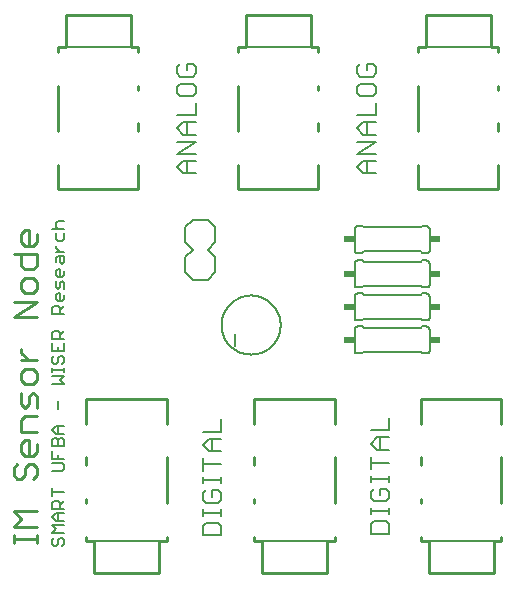
<source format=gto>
G75*
%MOIN*%
%OFA0B0*%
%FSLAX25Y25*%
%IPPOS*%
%LPD*%
%AMOC8*
5,1,8,0,0,1.08239X$1,22.5*
%
%ADD10C,0.00900*%
%ADD11C,0.00800*%
%ADD12C,0.00500*%
%ADD13C,0.01000*%
%ADD14C,0.00600*%
%ADD15R,0.03400X0.02400*%
D10*
X0022343Y0047383D02*
X0022343Y0049952D01*
X0022343Y0048667D02*
X0030050Y0048667D01*
X0030050Y0047383D02*
X0030050Y0049952D01*
X0030050Y0052662D02*
X0022343Y0052662D01*
X0024912Y0055231D01*
X0022343Y0057800D01*
X0030050Y0057800D01*
X0028766Y0068500D02*
X0030050Y0069784D01*
X0030050Y0072353D01*
X0028766Y0073637D01*
X0027481Y0073637D01*
X0026197Y0072353D01*
X0026197Y0069784D01*
X0024912Y0068500D01*
X0023628Y0068500D01*
X0022343Y0069784D01*
X0022343Y0072353D01*
X0023628Y0073637D01*
X0026197Y0076419D02*
X0024912Y0077703D01*
X0024912Y0080272D01*
X0026197Y0081556D01*
X0027481Y0081556D01*
X0027481Y0076419D01*
X0026197Y0076419D02*
X0028766Y0076419D01*
X0030050Y0077703D01*
X0030050Y0080272D01*
X0030050Y0084337D02*
X0024912Y0084337D01*
X0024912Y0088191D01*
X0026197Y0089475D01*
X0030050Y0089475D01*
X0030050Y0092256D02*
X0030050Y0096109D01*
X0028766Y0097394D01*
X0027481Y0096109D01*
X0027481Y0093540D01*
X0026197Y0092256D01*
X0024912Y0093540D01*
X0024912Y0097394D01*
X0026197Y0100175D02*
X0028766Y0100175D01*
X0030050Y0101459D01*
X0030050Y0104028D01*
X0028766Y0105313D01*
X0026197Y0105313D01*
X0024912Y0104028D01*
X0024912Y0101459D01*
X0026197Y0100175D01*
X0027481Y0108094D02*
X0024912Y0110662D01*
X0024912Y0111947D01*
X0024912Y0108094D02*
X0030050Y0108094D01*
X0030050Y0122611D02*
X0022343Y0122611D01*
X0030050Y0127749D01*
X0022343Y0127749D01*
X0026197Y0130530D02*
X0028766Y0130530D01*
X0030050Y0131814D01*
X0030050Y0134383D01*
X0028766Y0135668D01*
X0026197Y0135668D01*
X0024912Y0134383D01*
X0024912Y0131814D01*
X0026197Y0130530D01*
X0026197Y0138449D02*
X0024912Y0139733D01*
X0024912Y0143587D01*
X0022343Y0143587D02*
X0030050Y0143587D01*
X0030050Y0139733D01*
X0028766Y0138449D01*
X0026197Y0138449D01*
X0026197Y0146368D02*
X0024912Y0147652D01*
X0024912Y0150221D01*
X0026197Y0151505D01*
X0027481Y0151505D01*
X0027481Y0146368D01*
X0026197Y0146368D02*
X0028766Y0146368D01*
X0030050Y0147652D01*
X0030050Y0150221D01*
D11*
X0076895Y0172565D02*
X0078963Y0174633D01*
X0083100Y0174633D01*
X0083100Y0176942D02*
X0076895Y0176942D01*
X0083100Y0181079D01*
X0076895Y0181079D01*
X0078963Y0183388D02*
X0076895Y0185456D01*
X0078963Y0187524D01*
X0083100Y0187524D01*
X0083100Y0189833D02*
X0083100Y0193970D01*
X0082066Y0196279D02*
X0083100Y0197313D01*
X0083100Y0199381D01*
X0082066Y0200415D01*
X0077929Y0200415D01*
X0076895Y0199381D01*
X0076895Y0197313D01*
X0077929Y0196279D01*
X0082066Y0196279D01*
X0082066Y0202724D02*
X0077929Y0202724D01*
X0076895Y0203758D01*
X0076895Y0205827D01*
X0077929Y0206861D01*
X0079997Y0206861D02*
X0079997Y0204792D01*
X0079997Y0206861D02*
X0082066Y0206861D01*
X0083100Y0205827D01*
X0083100Y0203758D01*
X0082066Y0202724D01*
X0083100Y0189833D02*
X0076895Y0189833D01*
X0079997Y0187524D02*
X0079997Y0183388D01*
X0078963Y0183388D02*
X0083100Y0183388D01*
X0079997Y0174633D02*
X0079997Y0170497D01*
X0078963Y0170497D02*
X0076895Y0172565D01*
X0078963Y0170497D02*
X0083100Y0170497D01*
X0082000Y0154933D02*
X0087000Y0154933D01*
X0089500Y0152433D01*
X0089500Y0147433D01*
X0087000Y0144933D01*
X0089500Y0142433D01*
X0089500Y0137433D01*
X0087000Y0134933D01*
X0082000Y0134933D01*
X0079500Y0137433D01*
X0079500Y0142433D01*
X0082000Y0144933D01*
X0079500Y0147433D01*
X0079500Y0152433D01*
X0082000Y0154933D01*
X0091657Y0119933D02*
X0091660Y0120175D01*
X0091669Y0120416D01*
X0091684Y0120657D01*
X0091704Y0120898D01*
X0091731Y0121138D01*
X0091764Y0121377D01*
X0091802Y0121616D01*
X0091846Y0121853D01*
X0091896Y0122090D01*
X0091952Y0122325D01*
X0092014Y0122558D01*
X0092081Y0122790D01*
X0092154Y0123021D01*
X0092232Y0123249D01*
X0092317Y0123475D01*
X0092406Y0123700D01*
X0092501Y0123922D01*
X0092602Y0124141D01*
X0092708Y0124359D01*
X0092819Y0124573D01*
X0092936Y0124785D01*
X0093057Y0124993D01*
X0093184Y0125199D01*
X0093316Y0125401D01*
X0093453Y0125601D01*
X0093594Y0125796D01*
X0093740Y0125989D01*
X0093891Y0126177D01*
X0094047Y0126362D01*
X0094207Y0126543D01*
X0094371Y0126720D01*
X0094540Y0126893D01*
X0094713Y0127062D01*
X0094890Y0127226D01*
X0095071Y0127386D01*
X0095256Y0127542D01*
X0095444Y0127693D01*
X0095637Y0127839D01*
X0095832Y0127980D01*
X0096032Y0128117D01*
X0096234Y0128249D01*
X0096440Y0128376D01*
X0096648Y0128497D01*
X0096860Y0128614D01*
X0097074Y0128725D01*
X0097292Y0128831D01*
X0097511Y0128932D01*
X0097733Y0129027D01*
X0097958Y0129116D01*
X0098184Y0129201D01*
X0098412Y0129279D01*
X0098643Y0129352D01*
X0098875Y0129419D01*
X0099108Y0129481D01*
X0099343Y0129537D01*
X0099580Y0129587D01*
X0099817Y0129631D01*
X0100056Y0129669D01*
X0100295Y0129702D01*
X0100535Y0129729D01*
X0100776Y0129749D01*
X0101017Y0129764D01*
X0101258Y0129773D01*
X0101500Y0129776D01*
X0101742Y0129773D01*
X0101983Y0129764D01*
X0102224Y0129749D01*
X0102465Y0129729D01*
X0102705Y0129702D01*
X0102944Y0129669D01*
X0103183Y0129631D01*
X0103420Y0129587D01*
X0103657Y0129537D01*
X0103892Y0129481D01*
X0104125Y0129419D01*
X0104357Y0129352D01*
X0104588Y0129279D01*
X0104816Y0129201D01*
X0105042Y0129116D01*
X0105267Y0129027D01*
X0105489Y0128932D01*
X0105708Y0128831D01*
X0105926Y0128725D01*
X0106140Y0128614D01*
X0106352Y0128497D01*
X0106560Y0128376D01*
X0106766Y0128249D01*
X0106968Y0128117D01*
X0107168Y0127980D01*
X0107363Y0127839D01*
X0107556Y0127693D01*
X0107744Y0127542D01*
X0107929Y0127386D01*
X0108110Y0127226D01*
X0108287Y0127062D01*
X0108460Y0126893D01*
X0108629Y0126720D01*
X0108793Y0126543D01*
X0108953Y0126362D01*
X0109109Y0126177D01*
X0109260Y0125989D01*
X0109406Y0125796D01*
X0109547Y0125601D01*
X0109684Y0125401D01*
X0109816Y0125199D01*
X0109943Y0124993D01*
X0110064Y0124785D01*
X0110181Y0124573D01*
X0110292Y0124359D01*
X0110398Y0124141D01*
X0110499Y0123922D01*
X0110594Y0123700D01*
X0110683Y0123475D01*
X0110768Y0123249D01*
X0110846Y0123021D01*
X0110919Y0122790D01*
X0110986Y0122558D01*
X0111048Y0122325D01*
X0111104Y0122090D01*
X0111154Y0121853D01*
X0111198Y0121616D01*
X0111236Y0121377D01*
X0111269Y0121138D01*
X0111296Y0120898D01*
X0111316Y0120657D01*
X0111331Y0120416D01*
X0111340Y0120175D01*
X0111343Y0119933D01*
X0111340Y0119691D01*
X0111331Y0119450D01*
X0111316Y0119209D01*
X0111296Y0118968D01*
X0111269Y0118728D01*
X0111236Y0118489D01*
X0111198Y0118250D01*
X0111154Y0118013D01*
X0111104Y0117776D01*
X0111048Y0117541D01*
X0110986Y0117308D01*
X0110919Y0117076D01*
X0110846Y0116845D01*
X0110768Y0116617D01*
X0110683Y0116391D01*
X0110594Y0116166D01*
X0110499Y0115944D01*
X0110398Y0115725D01*
X0110292Y0115507D01*
X0110181Y0115293D01*
X0110064Y0115081D01*
X0109943Y0114873D01*
X0109816Y0114667D01*
X0109684Y0114465D01*
X0109547Y0114265D01*
X0109406Y0114070D01*
X0109260Y0113877D01*
X0109109Y0113689D01*
X0108953Y0113504D01*
X0108793Y0113323D01*
X0108629Y0113146D01*
X0108460Y0112973D01*
X0108287Y0112804D01*
X0108110Y0112640D01*
X0107929Y0112480D01*
X0107744Y0112324D01*
X0107556Y0112173D01*
X0107363Y0112027D01*
X0107168Y0111886D01*
X0106968Y0111749D01*
X0106766Y0111617D01*
X0106560Y0111490D01*
X0106352Y0111369D01*
X0106140Y0111252D01*
X0105926Y0111141D01*
X0105708Y0111035D01*
X0105489Y0110934D01*
X0105267Y0110839D01*
X0105042Y0110750D01*
X0104816Y0110665D01*
X0104588Y0110587D01*
X0104357Y0110514D01*
X0104125Y0110447D01*
X0103892Y0110385D01*
X0103657Y0110329D01*
X0103420Y0110279D01*
X0103183Y0110235D01*
X0102944Y0110197D01*
X0102705Y0110164D01*
X0102465Y0110137D01*
X0102224Y0110117D01*
X0101983Y0110102D01*
X0101742Y0110093D01*
X0101500Y0110090D01*
X0101258Y0110093D01*
X0101017Y0110102D01*
X0100776Y0110117D01*
X0100535Y0110137D01*
X0100295Y0110164D01*
X0100056Y0110197D01*
X0099817Y0110235D01*
X0099580Y0110279D01*
X0099343Y0110329D01*
X0099108Y0110385D01*
X0098875Y0110447D01*
X0098643Y0110514D01*
X0098412Y0110587D01*
X0098184Y0110665D01*
X0097958Y0110750D01*
X0097733Y0110839D01*
X0097511Y0110934D01*
X0097292Y0111035D01*
X0097074Y0111141D01*
X0096860Y0111252D01*
X0096648Y0111369D01*
X0096440Y0111490D01*
X0096234Y0111617D01*
X0096032Y0111749D01*
X0095832Y0111886D01*
X0095637Y0112027D01*
X0095444Y0112173D01*
X0095256Y0112324D01*
X0095071Y0112480D01*
X0094890Y0112640D01*
X0094713Y0112804D01*
X0094540Y0112973D01*
X0094371Y0113146D01*
X0094207Y0113323D01*
X0094047Y0113504D01*
X0093891Y0113689D01*
X0093740Y0113877D01*
X0093594Y0114070D01*
X0093453Y0114265D01*
X0093316Y0114465D01*
X0093184Y0114667D01*
X0093057Y0114873D01*
X0092936Y0115081D01*
X0092819Y0115293D01*
X0092708Y0115507D01*
X0092602Y0115725D01*
X0092501Y0115944D01*
X0092406Y0116166D01*
X0092317Y0116391D01*
X0092232Y0116617D01*
X0092154Y0116845D01*
X0092081Y0117076D01*
X0092014Y0117308D01*
X0091952Y0117541D01*
X0091896Y0117776D01*
X0091846Y0118013D01*
X0091802Y0118250D01*
X0091764Y0118489D01*
X0091731Y0118728D01*
X0091704Y0118968D01*
X0091684Y0119209D01*
X0091669Y0119450D01*
X0091660Y0119691D01*
X0091657Y0119933D01*
X0096000Y0116933D02*
X0096000Y0112933D01*
X0091600Y0088435D02*
X0091600Y0084298D01*
X0085395Y0084298D01*
X0087463Y0081990D02*
X0091600Y0081990D01*
X0088497Y0081990D02*
X0088497Y0077853D01*
X0087463Y0077853D02*
X0085395Y0079921D01*
X0087463Y0081990D01*
X0087463Y0077853D02*
X0091600Y0077853D01*
X0091600Y0073476D02*
X0085395Y0073476D01*
X0085395Y0075544D02*
X0085395Y0071407D01*
X0085395Y0069179D02*
X0085395Y0067110D01*
X0085395Y0068145D02*
X0091600Y0068145D01*
X0091600Y0069179D02*
X0091600Y0067110D01*
X0090566Y0064802D02*
X0088497Y0064802D01*
X0088497Y0062733D01*
X0086429Y0060665D02*
X0090566Y0060665D01*
X0091600Y0061699D01*
X0091600Y0063767D01*
X0090566Y0064802D01*
X0086429Y0064802D02*
X0085395Y0063767D01*
X0085395Y0061699D01*
X0086429Y0060665D01*
X0085395Y0058436D02*
X0085395Y0056368D01*
X0085395Y0057402D02*
X0091600Y0057402D01*
X0091600Y0056368D02*
X0091600Y0058436D01*
X0090566Y0054059D02*
X0086429Y0054059D01*
X0085395Y0053025D01*
X0085395Y0049922D01*
X0091600Y0049922D01*
X0091600Y0053025D01*
X0090566Y0054059D01*
X0141395Y0053525D02*
X0141395Y0050422D01*
X0147600Y0050422D01*
X0147600Y0053525D01*
X0146566Y0054559D01*
X0142429Y0054559D01*
X0141395Y0053525D01*
X0141395Y0056868D02*
X0141395Y0058936D01*
X0141395Y0057902D02*
X0147600Y0057902D01*
X0147600Y0056868D02*
X0147600Y0058936D01*
X0146566Y0061165D02*
X0147600Y0062199D01*
X0147600Y0064267D01*
X0146566Y0065302D01*
X0144497Y0065302D01*
X0144497Y0063233D01*
X0142429Y0061165D02*
X0146566Y0061165D01*
X0142429Y0061165D02*
X0141395Y0062199D01*
X0141395Y0064267D01*
X0142429Y0065302D01*
X0141395Y0067610D02*
X0141395Y0069679D01*
X0141395Y0068645D02*
X0147600Y0068645D01*
X0147600Y0069679D02*
X0147600Y0067610D01*
X0141395Y0071907D02*
X0141395Y0076044D01*
X0141395Y0073976D02*
X0147600Y0073976D01*
X0147600Y0078353D02*
X0143463Y0078353D01*
X0141395Y0080421D01*
X0143463Y0082490D01*
X0147600Y0082490D01*
X0147600Y0084798D02*
X0147600Y0088935D01*
X0147600Y0084798D02*
X0141395Y0084798D01*
X0144497Y0082490D02*
X0144497Y0078353D01*
X0143100Y0170497D02*
X0138963Y0170497D01*
X0136895Y0172565D01*
X0138963Y0174633D01*
X0143100Y0174633D01*
X0143100Y0176942D02*
X0136895Y0176942D01*
X0143100Y0181079D01*
X0136895Y0181079D01*
X0138963Y0183388D02*
X0136895Y0185456D01*
X0138963Y0187524D01*
X0143100Y0187524D01*
X0143100Y0189833D02*
X0143100Y0193970D01*
X0142066Y0196279D02*
X0143100Y0197313D01*
X0143100Y0199381D01*
X0142066Y0200415D01*
X0137929Y0200415D01*
X0136895Y0199381D01*
X0136895Y0197313D01*
X0137929Y0196279D01*
X0142066Y0196279D01*
X0142066Y0202724D02*
X0137929Y0202724D01*
X0136895Y0203758D01*
X0136895Y0205827D01*
X0137929Y0206861D01*
X0139997Y0206861D02*
X0139997Y0204792D01*
X0139997Y0206861D02*
X0142066Y0206861D01*
X0143100Y0205827D01*
X0143100Y0203758D01*
X0142066Y0202724D01*
X0143100Y0189833D02*
X0136895Y0189833D01*
X0139997Y0187524D02*
X0139997Y0183388D01*
X0138963Y0183388D02*
X0143100Y0183388D01*
X0139997Y0174633D02*
X0139997Y0170497D01*
D12*
X0036331Y0046281D02*
X0035664Y0046281D01*
X0034997Y0046948D01*
X0034997Y0048283D01*
X0035664Y0048950D01*
X0036998Y0048283D02*
X0037666Y0048950D01*
X0038333Y0048950D01*
X0039000Y0048283D01*
X0039000Y0046948D01*
X0038333Y0046281D01*
X0036998Y0046948D02*
X0036998Y0048283D01*
X0036998Y0046948D02*
X0036331Y0046281D01*
X0034997Y0050425D02*
X0036331Y0051759D01*
X0034997Y0053094D01*
X0039000Y0053094D01*
X0039000Y0054568D02*
X0036331Y0054568D01*
X0034997Y0055903D01*
X0036331Y0057237D01*
X0039000Y0057237D01*
X0039000Y0058712D02*
X0034997Y0058712D01*
X0034997Y0060713D01*
X0035664Y0061381D01*
X0036998Y0061381D01*
X0037666Y0060713D01*
X0037666Y0058712D01*
X0037666Y0060046D02*
X0039000Y0061381D01*
X0039000Y0064190D02*
X0034997Y0064190D01*
X0034997Y0065524D02*
X0034997Y0062855D01*
X0036998Y0057237D02*
X0036998Y0054568D01*
X0034997Y0050425D02*
X0039000Y0050425D01*
X0049173Y0047933D02*
X0070827Y0047933D01*
X0039000Y0071810D02*
X0039000Y0073144D01*
X0038333Y0073811D01*
X0034997Y0073811D01*
X0034997Y0075286D02*
X0034997Y0077955D01*
X0034997Y0079429D02*
X0034997Y0081431D01*
X0035664Y0082098D01*
X0036331Y0082098D01*
X0036998Y0081431D01*
X0036998Y0079429D01*
X0034997Y0079429D02*
X0039000Y0079429D01*
X0039000Y0081431D01*
X0038333Y0082098D01*
X0037666Y0082098D01*
X0036998Y0081431D01*
X0036998Y0083573D02*
X0036998Y0086242D01*
X0036331Y0086242D02*
X0039000Y0086242D01*
X0036331Y0086242D02*
X0034997Y0084907D01*
X0036331Y0083573D01*
X0039000Y0083573D01*
X0036998Y0076620D02*
X0036998Y0075286D01*
X0034997Y0075286D02*
X0039000Y0075286D01*
X0039000Y0071810D02*
X0038333Y0071142D01*
X0034997Y0071142D01*
X0036998Y0091860D02*
X0036998Y0094529D01*
X0034997Y0100147D02*
X0039000Y0100147D01*
X0037666Y0101482D01*
X0039000Y0102816D01*
X0034997Y0102816D01*
X0034997Y0104291D02*
X0034997Y0105625D01*
X0034997Y0104958D02*
X0039000Y0104958D01*
X0039000Y0104291D02*
X0039000Y0105625D01*
X0038333Y0107053D02*
X0039000Y0107720D01*
X0039000Y0109055D01*
X0038333Y0109722D01*
X0037666Y0109722D01*
X0036998Y0109055D01*
X0036998Y0107720D01*
X0036331Y0107053D01*
X0035664Y0107053D01*
X0034997Y0107720D01*
X0034997Y0109055D01*
X0035664Y0109722D01*
X0034997Y0111197D02*
X0039000Y0111197D01*
X0039000Y0113866D01*
X0039000Y0115340D02*
X0034997Y0115340D01*
X0034997Y0117342D01*
X0035664Y0118009D01*
X0036998Y0118009D01*
X0037666Y0117342D01*
X0037666Y0115340D01*
X0037666Y0116675D02*
X0039000Y0118009D01*
X0039000Y0123627D02*
X0034997Y0123627D01*
X0034997Y0125629D01*
X0035664Y0126296D01*
X0036998Y0126296D01*
X0037666Y0125629D01*
X0037666Y0123627D01*
X0037666Y0124962D02*
X0039000Y0126296D01*
X0038333Y0127771D02*
X0036998Y0127771D01*
X0036331Y0128438D01*
X0036331Y0129772D01*
X0036998Y0130440D01*
X0037666Y0130440D01*
X0037666Y0127771D01*
X0038333Y0127771D02*
X0039000Y0128438D01*
X0039000Y0129772D01*
X0039000Y0131914D02*
X0039000Y0133916D01*
X0038333Y0134583D01*
X0037666Y0133916D01*
X0037666Y0132582D01*
X0036998Y0131914D01*
X0036331Y0132582D01*
X0036331Y0134583D01*
X0036998Y0136058D02*
X0036331Y0136725D01*
X0036331Y0138060D01*
X0036998Y0138727D01*
X0037666Y0138727D01*
X0037666Y0136058D01*
X0038333Y0136058D02*
X0036998Y0136058D01*
X0038333Y0136058D02*
X0039000Y0136725D01*
X0039000Y0138060D01*
X0038333Y0140201D02*
X0037666Y0140869D01*
X0037666Y0142870D01*
X0036998Y0142870D02*
X0039000Y0142870D01*
X0039000Y0140869D01*
X0038333Y0140201D01*
X0036331Y0140869D02*
X0036331Y0142203D01*
X0036998Y0142870D01*
X0036331Y0144345D02*
X0039000Y0144345D01*
X0037666Y0144345D02*
X0036331Y0145679D01*
X0036331Y0146347D01*
X0036998Y0147798D02*
X0038333Y0147798D01*
X0039000Y0148465D01*
X0039000Y0150467D01*
X0039000Y0151941D02*
X0034997Y0151941D01*
X0036331Y0152609D02*
X0036331Y0153943D01*
X0036998Y0154610D01*
X0039000Y0154610D01*
X0036331Y0152609D02*
X0036998Y0151941D01*
X0036331Y0150467D02*
X0036331Y0148465D01*
X0036998Y0147798D01*
X0034997Y0113866D02*
X0034997Y0111197D01*
X0036998Y0111197D02*
X0036998Y0112531D01*
X0105173Y0047933D02*
X0126827Y0047933D01*
X0160673Y0047933D02*
X0182327Y0047933D01*
X0181327Y0212433D02*
X0159673Y0212433D01*
X0121327Y0212433D02*
X0099673Y0212433D01*
X0061327Y0212433D02*
X0039673Y0212433D01*
D13*
X0037114Y0212433D01*
X0037114Y0210965D01*
X0039673Y0212433D02*
X0039673Y0223260D01*
X0061327Y0223260D01*
X0061327Y0212433D01*
X0063886Y0212433D01*
X0063886Y0210965D01*
X0063886Y0199728D02*
X0063886Y0198366D01*
X0063886Y0187130D02*
X0063886Y0184587D01*
X0063886Y0173350D02*
X0063886Y0165189D01*
X0037114Y0165189D01*
X0037114Y0173350D01*
X0037114Y0184587D02*
X0037114Y0199728D01*
X0097114Y0199728D02*
X0097114Y0184587D01*
X0097114Y0173350D02*
X0097114Y0165189D01*
X0123886Y0165189D01*
X0123886Y0173350D01*
X0123886Y0184587D02*
X0123886Y0187130D01*
X0123886Y0198366D02*
X0123886Y0199728D01*
X0123886Y0210965D02*
X0123886Y0212433D01*
X0121327Y0212433D01*
X0121327Y0223260D01*
X0099673Y0223260D01*
X0099673Y0212433D01*
X0097114Y0212433D01*
X0097114Y0210965D01*
X0157114Y0210965D02*
X0157114Y0212433D01*
X0159673Y0212433D01*
X0159673Y0223260D01*
X0181327Y0223260D01*
X0181327Y0212433D01*
X0183886Y0212433D01*
X0183886Y0210965D01*
X0183886Y0199728D02*
X0183886Y0198366D01*
X0183886Y0187130D02*
X0183886Y0184587D01*
X0183886Y0173350D02*
X0183886Y0165189D01*
X0157114Y0165189D01*
X0157114Y0173350D01*
X0157114Y0184587D02*
X0157114Y0199728D01*
X0158114Y0095177D02*
X0158114Y0087016D01*
X0158114Y0095177D02*
X0184886Y0095177D01*
X0184886Y0087016D01*
X0184886Y0075780D02*
X0184886Y0060638D01*
X0184886Y0049402D02*
X0184886Y0047933D01*
X0182327Y0047933D01*
X0182327Y0037106D01*
X0160673Y0037106D01*
X0160673Y0047933D01*
X0158114Y0047933D01*
X0158114Y0049402D01*
X0158114Y0060638D02*
X0158114Y0062000D01*
X0158114Y0073236D02*
X0158114Y0075780D01*
X0129386Y0075780D02*
X0129386Y0060638D01*
X0129386Y0049402D02*
X0129386Y0047933D01*
X0126827Y0047933D01*
X0126827Y0037106D01*
X0105173Y0037106D01*
X0105173Y0047933D01*
X0102614Y0047933D01*
X0102614Y0049402D01*
X0102614Y0060638D02*
X0102614Y0062000D01*
X0102614Y0073236D02*
X0102614Y0075780D01*
X0102614Y0087016D02*
X0102614Y0095177D01*
X0129386Y0095177D01*
X0129386Y0087016D01*
X0073386Y0087016D02*
X0073386Y0095177D01*
X0046614Y0095177D01*
X0046614Y0087016D01*
X0046614Y0075780D02*
X0046614Y0073236D01*
X0046614Y0062000D02*
X0046614Y0060638D01*
X0046614Y0049402D02*
X0046614Y0047933D01*
X0049173Y0047933D01*
X0049173Y0037106D01*
X0070827Y0037106D01*
X0070827Y0047933D01*
X0073386Y0047933D01*
X0073386Y0049402D01*
X0073386Y0060638D02*
X0073386Y0075780D01*
D14*
X0136000Y0111433D02*
X0136000Y0118433D01*
X0136002Y0118493D01*
X0136007Y0118554D01*
X0136016Y0118613D01*
X0136029Y0118672D01*
X0136045Y0118731D01*
X0136065Y0118788D01*
X0136088Y0118843D01*
X0136115Y0118898D01*
X0136144Y0118950D01*
X0136177Y0119001D01*
X0136213Y0119050D01*
X0136251Y0119096D01*
X0136293Y0119140D01*
X0136337Y0119182D01*
X0136383Y0119220D01*
X0136432Y0119256D01*
X0136483Y0119289D01*
X0136535Y0119318D01*
X0136590Y0119345D01*
X0136645Y0119368D01*
X0136702Y0119388D01*
X0136761Y0119404D01*
X0136820Y0119417D01*
X0136879Y0119426D01*
X0136940Y0119431D01*
X0137000Y0119433D01*
X0138500Y0119433D01*
X0139000Y0118933D01*
X0158000Y0118933D01*
X0158500Y0119433D01*
X0160000Y0119433D01*
X0160060Y0119431D01*
X0160121Y0119426D01*
X0160180Y0119417D01*
X0160239Y0119404D01*
X0160298Y0119388D01*
X0160355Y0119368D01*
X0160410Y0119345D01*
X0160465Y0119318D01*
X0160517Y0119289D01*
X0160568Y0119256D01*
X0160617Y0119220D01*
X0160663Y0119182D01*
X0160707Y0119140D01*
X0160749Y0119096D01*
X0160787Y0119050D01*
X0160823Y0119001D01*
X0160856Y0118950D01*
X0160885Y0118898D01*
X0160912Y0118843D01*
X0160935Y0118788D01*
X0160955Y0118731D01*
X0160971Y0118672D01*
X0160984Y0118613D01*
X0160993Y0118554D01*
X0160998Y0118493D01*
X0161000Y0118433D01*
X0161000Y0111433D01*
X0160998Y0111373D01*
X0160993Y0111312D01*
X0160984Y0111253D01*
X0160971Y0111194D01*
X0160955Y0111135D01*
X0160935Y0111078D01*
X0160912Y0111023D01*
X0160885Y0110968D01*
X0160856Y0110916D01*
X0160823Y0110865D01*
X0160787Y0110816D01*
X0160749Y0110770D01*
X0160707Y0110726D01*
X0160663Y0110684D01*
X0160617Y0110646D01*
X0160568Y0110610D01*
X0160517Y0110577D01*
X0160465Y0110548D01*
X0160410Y0110521D01*
X0160355Y0110498D01*
X0160298Y0110478D01*
X0160239Y0110462D01*
X0160180Y0110449D01*
X0160121Y0110440D01*
X0160060Y0110435D01*
X0160000Y0110433D01*
X0158500Y0110433D01*
X0158000Y0110933D01*
X0139000Y0110933D01*
X0138500Y0110433D01*
X0137000Y0110433D01*
X0136940Y0110435D01*
X0136879Y0110440D01*
X0136820Y0110449D01*
X0136761Y0110462D01*
X0136702Y0110478D01*
X0136645Y0110498D01*
X0136590Y0110521D01*
X0136535Y0110548D01*
X0136483Y0110577D01*
X0136432Y0110610D01*
X0136383Y0110646D01*
X0136337Y0110684D01*
X0136293Y0110726D01*
X0136251Y0110770D01*
X0136213Y0110816D01*
X0136177Y0110865D01*
X0136144Y0110916D01*
X0136115Y0110968D01*
X0136088Y0111023D01*
X0136065Y0111078D01*
X0136045Y0111135D01*
X0136029Y0111194D01*
X0136016Y0111253D01*
X0136007Y0111312D01*
X0136002Y0111373D01*
X0136000Y0111433D01*
X0137000Y0121433D02*
X0138500Y0121433D01*
X0139000Y0121933D01*
X0158000Y0121933D01*
X0158500Y0121433D01*
X0160000Y0121433D01*
X0160060Y0121435D01*
X0160121Y0121440D01*
X0160180Y0121449D01*
X0160239Y0121462D01*
X0160298Y0121478D01*
X0160355Y0121498D01*
X0160410Y0121521D01*
X0160465Y0121548D01*
X0160517Y0121577D01*
X0160568Y0121610D01*
X0160617Y0121646D01*
X0160663Y0121684D01*
X0160707Y0121726D01*
X0160749Y0121770D01*
X0160787Y0121816D01*
X0160823Y0121865D01*
X0160856Y0121916D01*
X0160885Y0121968D01*
X0160912Y0122023D01*
X0160935Y0122078D01*
X0160955Y0122135D01*
X0160971Y0122194D01*
X0160984Y0122253D01*
X0160993Y0122312D01*
X0160998Y0122373D01*
X0161000Y0122433D01*
X0161000Y0129433D01*
X0160998Y0129493D01*
X0160993Y0129554D01*
X0160984Y0129613D01*
X0160971Y0129672D01*
X0160955Y0129731D01*
X0160935Y0129788D01*
X0160912Y0129843D01*
X0160885Y0129898D01*
X0160856Y0129950D01*
X0160823Y0130001D01*
X0160787Y0130050D01*
X0160749Y0130096D01*
X0160707Y0130140D01*
X0160663Y0130182D01*
X0160617Y0130220D01*
X0160568Y0130256D01*
X0160517Y0130289D01*
X0160465Y0130318D01*
X0160410Y0130345D01*
X0160355Y0130368D01*
X0160298Y0130388D01*
X0160239Y0130404D01*
X0160180Y0130417D01*
X0160121Y0130426D01*
X0160060Y0130431D01*
X0160000Y0130433D01*
X0158500Y0130433D01*
X0158000Y0129933D01*
X0139000Y0129933D01*
X0138500Y0130433D01*
X0137000Y0130433D01*
X0136940Y0130431D01*
X0136879Y0130426D01*
X0136820Y0130417D01*
X0136761Y0130404D01*
X0136702Y0130388D01*
X0136645Y0130368D01*
X0136590Y0130345D01*
X0136535Y0130318D01*
X0136483Y0130289D01*
X0136432Y0130256D01*
X0136383Y0130220D01*
X0136337Y0130182D01*
X0136293Y0130140D01*
X0136251Y0130096D01*
X0136213Y0130050D01*
X0136177Y0130001D01*
X0136144Y0129950D01*
X0136115Y0129898D01*
X0136088Y0129843D01*
X0136065Y0129788D01*
X0136045Y0129731D01*
X0136029Y0129672D01*
X0136016Y0129613D01*
X0136007Y0129554D01*
X0136002Y0129493D01*
X0136000Y0129433D01*
X0136000Y0122433D01*
X0136002Y0122373D01*
X0136007Y0122312D01*
X0136016Y0122253D01*
X0136029Y0122194D01*
X0136045Y0122135D01*
X0136065Y0122078D01*
X0136088Y0122023D01*
X0136115Y0121968D01*
X0136144Y0121916D01*
X0136177Y0121865D01*
X0136213Y0121816D01*
X0136251Y0121770D01*
X0136293Y0121726D01*
X0136337Y0121684D01*
X0136383Y0121646D01*
X0136432Y0121610D01*
X0136483Y0121577D01*
X0136535Y0121548D01*
X0136590Y0121521D01*
X0136645Y0121498D01*
X0136702Y0121478D01*
X0136761Y0121462D01*
X0136820Y0121449D01*
X0136879Y0121440D01*
X0136940Y0121435D01*
X0137000Y0121433D01*
X0137000Y0132433D02*
X0138500Y0132433D01*
X0139000Y0132933D01*
X0158000Y0132933D01*
X0158500Y0132433D01*
X0160000Y0132433D01*
X0160060Y0132435D01*
X0160121Y0132440D01*
X0160180Y0132449D01*
X0160239Y0132462D01*
X0160298Y0132478D01*
X0160355Y0132498D01*
X0160410Y0132521D01*
X0160465Y0132548D01*
X0160517Y0132577D01*
X0160568Y0132610D01*
X0160617Y0132646D01*
X0160663Y0132684D01*
X0160707Y0132726D01*
X0160749Y0132770D01*
X0160787Y0132816D01*
X0160823Y0132865D01*
X0160856Y0132916D01*
X0160885Y0132968D01*
X0160912Y0133023D01*
X0160935Y0133078D01*
X0160955Y0133135D01*
X0160971Y0133194D01*
X0160984Y0133253D01*
X0160993Y0133312D01*
X0160998Y0133373D01*
X0161000Y0133433D01*
X0161000Y0140433D01*
X0160998Y0140493D01*
X0160993Y0140554D01*
X0160984Y0140613D01*
X0160971Y0140672D01*
X0160955Y0140731D01*
X0160935Y0140788D01*
X0160912Y0140843D01*
X0160885Y0140898D01*
X0160856Y0140950D01*
X0160823Y0141001D01*
X0160787Y0141050D01*
X0160749Y0141096D01*
X0160707Y0141140D01*
X0160663Y0141182D01*
X0160617Y0141220D01*
X0160568Y0141256D01*
X0160517Y0141289D01*
X0160465Y0141318D01*
X0160410Y0141345D01*
X0160355Y0141368D01*
X0160298Y0141388D01*
X0160239Y0141404D01*
X0160180Y0141417D01*
X0160121Y0141426D01*
X0160060Y0141431D01*
X0160000Y0141433D01*
X0158500Y0141433D01*
X0158000Y0140933D01*
X0139000Y0140933D01*
X0138500Y0141433D01*
X0137000Y0141433D01*
X0136940Y0141431D01*
X0136879Y0141426D01*
X0136820Y0141417D01*
X0136761Y0141404D01*
X0136702Y0141388D01*
X0136645Y0141368D01*
X0136590Y0141345D01*
X0136535Y0141318D01*
X0136483Y0141289D01*
X0136432Y0141256D01*
X0136383Y0141220D01*
X0136337Y0141182D01*
X0136293Y0141140D01*
X0136251Y0141096D01*
X0136213Y0141050D01*
X0136177Y0141001D01*
X0136144Y0140950D01*
X0136115Y0140898D01*
X0136088Y0140843D01*
X0136065Y0140788D01*
X0136045Y0140731D01*
X0136029Y0140672D01*
X0136016Y0140613D01*
X0136007Y0140554D01*
X0136002Y0140493D01*
X0136000Y0140433D01*
X0136000Y0133433D01*
X0136002Y0133373D01*
X0136007Y0133312D01*
X0136016Y0133253D01*
X0136029Y0133194D01*
X0136045Y0133135D01*
X0136065Y0133078D01*
X0136088Y0133023D01*
X0136115Y0132968D01*
X0136144Y0132916D01*
X0136177Y0132865D01*
X0136213Y0132816D01*
X0136251Y0132770D01*
X0136293Y0132726D01*
X0136337Y0132684D01*
X0136383Y0132646D01*
X0136432Y0132610D01*
X0136483Y0132577D01*
X0136535Y0132548D01*
X0136590Y0132521D01*
X0136645Y0132498D01*
X0136702Y0132478D01*
X0136761Y0132462D01*
X0136820Y0132449D01*
X0136879Y0132440D01*
X0136940Y0132435D01*
X0137000Y0132433D01*
X0137000Y0143933D02*
X0138500Y0143933D01*
X0139000Y0144433D01*
X0158000Y0144433D01*
X0158500Y0143933D01*
X0160000Y0143933D01*
X0160060Y0143935D01*
X0160121Y0143940D01*
X0160180Y0143949D01*
X0160239Y0143962D01*
X0160298Y0143978D01*
X0160355Y0143998D01*
X0160410Y0144021D01*
X0160465Y0144048D01*
X0160517Y0144077D01*
X0160568Y0144110D01*
X0160617Y0144146D01*
X0160663Y0144184D01*
X0160707Y0144226D01*
X0160749Y0144270D01*
X0160787Y0144316D01*
X0160823Y0144365D01*
X0160856Y0144416D01*
X0160885Y0144468D01*
X0160912Y0144523D01*
X0160935Y0144578D01*
X0160955Y0144635D01*
X0160971Y0144694D01*
X0160984Y0144753D01*
X0160993Y0144812D01*
X0160998Y0144873D01*
X0161000Y0144933D01*
X0161000Y0151933D01*
X0160998Y0151993D01*
X0160993Y0152054D01*
X0160984Y0152113D01*
X0160971Y0152172D01*
X0160955Y0152231D01*
X0160935Y0152288D01*
X0160912Y0152343D01*
X0160885Y0152398D01*
X0160856Y0152450D01*
X0160823Y0152501D01*
X0160787Y0152550D01*
X0160749Y0152596D01*
X0160707Y0152640D01*
X0160663Y0152682D01*
X0160617Y0152720D01*
X0160568Y0152756D01*
X0160517Y0152789D01*
X0160465Y0152818D01*
X0160410Y0152845D01*
X0160355Y0152868D01*
X0160298Y0152888D01*
X0160239Y0152904D01*
X0160180Y0152917D01*
X0160121Y0152926D01*
X0160060Y0152931D01*
X0160000Y0152933D01*
X0158500Y0152933D01*
X0158000Y0152433D01*
X0139000Y0152433D01*
X0138500Y0152933D01*
X0137000Y0152933D01*
X0136940Y0152931D01*
X0136879Y0152926D01*
X0136820Y0152917D01*
X0136761Y0152904D01*
X0136702Y0152888D01*
X0136645Y0152868D01*
X0136590Y0152845D01*
X0136535Y0152818D01*
X0136483Y0152789D01*
X0136432Y0152756D01*
X0136383Y0152720D01*
X0136337Y0152682D01*
X0136293Y0152640D01*
X0136251Y0152596D01*
X0136213Y0152550D01*
X0136177Y0152501D01*
X0136144Y0152450D01*
X0136115Y0152398D01*
X0136088Y0152343D01*
X0136065Y0152288D01*
X0136045Y0152231D01*
X0136029Y0152172D01*
X0136016Y0152113D01*
X0136007Y0152054D01*
X0136002Y0151993D01*
X0136000Y0151933D01*
X0136000Y0144933D01*
X0136002Y0144873D01*
X0136007Y0144812D01*
X0136016Y0144753D01*
X0136029Y0144694D01*
X0136045Y0144635D01*
X0136065Y0144578D01*
X0136088Y0144523D01*
X0136115Y0144468D01*
X0136144Y0144416D01*
X0136177Y0144365D01*
X0136213Y0144316D01*
X0136251Y0144270D01*
X0136293Y0144226D01*
X0136337Y0144184D01*
X0136383Y0144146D01*
X0136432Y0144110D01*
X0136483Y0144077D01*
X0136535Y0144048D01*
X0136590Y0144021D01*
X0136645Y0143998D01*
X0136702Y0143978D01*
X0136761Y0143962D01*
X0136820Y0143949D01*
X0136879Y0143940D01*
X0136940Y0143935D01*
X0137000Y0143933D01*
D15*
X0134300Y0148433D03*
X0134300Y0136933D03*
X0134300Y0125933D03*
X0134300Y0114933D03*
X0162700Y0114933D03*
X0162700Y0125933D03*
X0162700Y0136933D03*
X0162700Y0148433D03*
M02*

</source>
